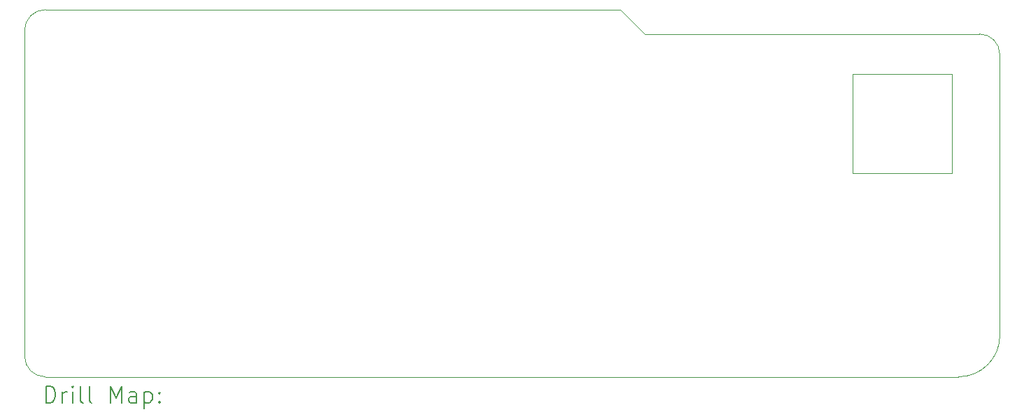
<source format=gbr>
%TF.GenerationSoftware,KiCad,Pcbnew,7.0.8*%
%TF.CreationDate,2023-11-12T23:26:36+00:00*%
%TF.ProjectId,Nixie-12R-base,4e697869-652d-4313-9252-2d626173652e,rev?*%
%TF.SameCoordinates,Original*%
%TF.FileFunction,Drillmap*%
%TF.FilePolarity,Positive*%
%FSLAX45Y45*%
G04 Gerber Fmt 4.5, Leading zero omitted, Abs format (unit mm)*
G04 Created by KiCad (PCBNEW 7.0.8) date 2023-11-12 23:26:36*
%MOMM*%
%LPD*%
G01*
G04 APERTURE LIST*
%ADD10C,0.050000*%
%ADD11C,0.200000*%
G04 APERTURE END LIST*
D10*
X15361493Y-16335783D02*
X26416493Y-16335997D01*
X22619993Y-12178997D02*
X22327493Y-11886497D01*
X26416493Y-16335997D02*
G75*
G03*
X26916493Y-15835997I0J500000D01*
G01*
X15111483Y-16087230D02*
G75*
G03*
X15361493Y-16335783I248560J3D01*
G01*
X15360042Y-11885989D02*
G75*
G03*
X15111489Y-12135997I1J-248558D01*
G01*
X26916507Y-12427550D02*
G75*
G03*
X26666497Y-12178997I-248564J-7D01*
G01*
X15111489Y-12135997D02*
X15111489Y-16087230D01*
X25136496Y-12664116D02*
X26336496Y-12664116D01*
X26336496Y-13864116D01*
X25136496Y-13864116D01*
X25136496Y-12664116D01*
X22327493Y-11886497D02*
X15360049Y-11885996D01*
X26916493Y-15835997D02*
X26916501Y-12427550D01*
X26666497Y-12178997D02*
X22619993Y-12178997D01*
D11*
X15369761Y-16649981D02*
X15369761Y-16449981D01*
X15369761Y-16449981D02*
X15417380Y-16449981D01*
X15417380Y-16449981D02*
X15445952Y-16459505D01*
X15445952Y-16459505D02*
X15464999Y-16478552D01*
X15464999Y-16478552D02*
X15474523Y-16497600D01*
X15474523Y-16497600D02*
X15484047Y-16535695D01*
X15484047Y-16535695D02*
X15484047Y-16564266D01*
X15484047Y-16564266D02*
X15474523Y-16602362D01*
X15474523Y-16602362D02*
X15464999Y-16621409D01*
X15464999Y-16621409D02*
X15445952Y-16640457D01*
X15445952Y-16640457D02*
X15417380Y-16649981D01*
X15417380Y-16649981D02*
X15369761Y-16649981D01*
X15569761Y-16649981D02*
X15569761Y-16516647D01*
X15569761Y-16554743D02*
X15579285Y-16535695D01*
X15579285Y-16535695D02*
X15588809Y-16526171D01*
X15588809Y-16526171D02*
X15607856Y-16516647D01*
X15607856Y-16516647D02*
X15626904Y-16516647D01*
X15693571Y-16649981D02*
X15693571Y-16516647D01*
X15693571Y-16449981D02*
X15684047Y-16459505D01*
X15684047Y-16459505D02*
X15693571Y-16469028D01*
X15693571Y-16469028D02*
X15703095Y-16459505D01*
X15703095Y-16459505D02*
X15693571Y-16449981D01*
X15693571Y-16449981D02*
X15693571Y-16469028D01*
X15817380Y-16649981D02*
X15798333Y-16640457D01*
X15798333Y-16640457D02*
X15788809Y-16621409D01*
X15788809Y-16621409D02*
X15788809Y-16449981D01*
X15922142Y-16649981D02*
X15903095Y-16640457D01*
X15903095Y-16640457D02*
X15893571Y-16621409D01*
X15893571Y-16621409D02*
X15893571Y-16449981D01*
X16150714Y-16649981D02*
X16150714Y-16449981D01*
X16150714Y-16449981D02*
X16217380Y-16592838D01*
X16217380Y-16592838D02*
X16284047Y-16449981D01*
X16284047Y-16449981D02*
X16284047Y-16649981D01*
X16464999Y-16649981D02*
X16464999Y-16545219D01*
X16464999Y-16545219D02*
X16455476Y-16526171D01*
X16455476Y-16526171D02*
X16436428Y-16516647D01*
X16436428Y-16516647D02*
X16398333Y-16516647D01*
X16398333Y-16516647D02*
X16379285Y-16526171D01*
X16464999Y-16640457D02*
X16445952Y-16649981D01*
X16445952Y-16649981D02*
X16398333Y-16649981D01*
X16398333Y-16649981D02*
X16379285Y-16640457D01*
X16379285Y-16640457D02*
X16369761Y-16621409D01*
X16369761Y-16621409D02*
X16369761Y-16602362D01*
X16369761Y-16602362D02*
X16379285Y-16583314D01*
X16379285Y-16583314D02*
X16398333Y-16573790D01*
X16398333Y-16573790D02*
X16445952Y-16573790D01*
X16445952Y-16573790D02*
X16464999Y-16564266D01*
X16560237Y-16516647D02*
X16560237Y-16716647D01*
X16560237Y-16526171D02*
X16579285Y-16516647D01*
X16579285Y-16516647D02*
X16617380Y-16516647D01*
X16617380Y-16516647D02*
X16636428Y-16526171D01*
X16636428Y-16526171D02*
X16645952Y-16535695D01*
X16645952Y-16535695D02*
X16655476Y-16554743D01*
X16655476Y-16554743D02*
X16655476Y-16611885D01*
X16655476Y-16611885D02*
X16645952Y-16630933D01*
X16645952Y-16630933D02*
X16636428Y-16640457D01*
X16636428Y-16640457D02*
X16617380Y-16649981D01*
X16617380Y-16649981D02*
X16579285Y-16649981D01*
X16579285Y-16649981D02*
X16560237Y-16640457D01*
X16741190Y-16630933D02*
X16750714Y-16640457D01*
X16750714Y-16640457D02*
X16741190Y-16649981D01*
X16741190Y-16649981D02*
X16731666Y-16640457D01*
X16731666Y-16640457D02*
X16741190Y-16630933D01*
X16741190Y-16630933D02*
X16741190Y-16649981D01*
X16741190Y-16526171D02*
X16750714Y-16535695D01*
X16750714Y-16535695D02*
X16741190Y-16545219D01*
X16741190Y-16545219D02*
X16731666Y-16535695D01*
X16731666Y-16535695D02*
X16741190Y-16526171D01*
X16741190Y-16526171D02*
X16741190Y-16545219D01*
M02*

</source>
